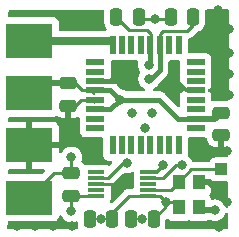
<source format=gbr>
%TF.GenerationSoftware,KiCad,Pcbnew,(6.0.10)*%
%TF.CreationDate,2024-01-30T22:58:59+11:00*%
%TF.ProjectId,DFO,44464f2e-6b69-4636-9164-5f7063625858,rev?*%
%TF.SameCoordinates,Original*%
%TF.FileFunction,Copper,L1,Top*%
%TF.FilePolarity,Positive*%
%FSLAX46Y46*%
G04 Gerber Fmt 4.6, Leading zero omitted, Abs format (unit mm)*
G04 Created by KiCad (PCBNEW (6.0.10)) date 2024-01-30 22:58:59*
%MOMM*%
%LPD*%
G01*
G04 APERTURE LIST*
G04 Aperture macros list*
%AMRoundRect*
0 Rectangle with rounded corners*
0 $1 Rounding radius*
0 $2 $3 $4 $5 $6 $7 $8 $9 X,Y pos of 4 corners*
0 Add a 4 corners polygon primitive as box body*
4,1,4,$2,$3,$4,$5,$6,$7,$8,$9,$2,$3,0*
0 Add four circle primitives for the rounded corners*
1,1,$1+$1,$2,$3*
1,1,$1+$1,$4,$5*
1,1,$1+$1,$6,$7*
1,1,$1+$1,$8,$9*
0 Add four rect primitives between the rounded corners*
20,1,$1+$1,$2,$3,$4,$5,0*
20,1,$1+$1,$4,$5,$6,$7,0*
20,1,$1+$1,$6,$7,$8,$9,0*
20,1,$1+$1,$8,$9,$2,$3,0*%
G04 Aperture macros list end*
%TA.AperFunction,SMDPad,CuDef*%
%ADD10R,1.100000X1.300000*%
%TD*%
%TA.AperFunction,SMDPad,CuDef*%
%ADD11R,4.000000X3.000000*%
%TD*%
%TA.AperFunction,SMDPad,CuDef*%
%ADD12RoundRect,0.250000X0.475000X-0.250000X0.475000X0.250000X-0.475000X0.250000X-0.475000X-0.250000X0*%
%TD*%
%TA.AperFunction,SMDPad,CuDef*%
%ADD13R,1.400000X0.300000*%
%TD*%
%TA.AperFunction,SMDPad,CuDef*%
%ADD14R,1.600000X0.550000*%
%TD*%
%TA.AperFunction,SMDPad,CuDef*%
%ADD15R,0.550000X1.600000*%
%TD*%
%TA.AperFunction,SMDPad,CuDef*%
%ADD16R,1.000000X1.000000*%
%TD*%
%TA.AperFunction,SMDPad,CuDef*%
%ADD17RoundRect,0.250000X-0.250000X-0.475000X0.250000X-0.475000X0.250000X0.475000X-0.250000X0.475000X0*%
%TD*%
%TA.AperFunction,ViaPad*%
%ADD18C,0.800000*%
%TD*%
%TA.AperFunction,Conductor*%
%ADD19C,0.250000*%
%TD*%
%TA.AperFunction,Conductor*%
%ADD20C,0.456000*%
%TD*%
%TA.AperFunction,Conductor*%
%ADD21C,0.450000*%
%TD*%
%TA.AperFunction,Conductor*%
%ADD22C,0.500000*%
%TD*%
%TA.AperFunction,Conductor*%
%ADD23C,0.650000*%
%TD*%
G04 APERTURE END LIST*
D10*
%TO.P,X1,*%
%TO.N,CLK_OPT*%
X108809998Y-76610000D03*
%TO.P,X1,2,GND*%
%TO.N,GND*%
X108809998Y-74510000D03*
%TO.P,X1,3,OUT*%
%TO.N,REF_CLK_OUT*%
X107159998Y-74510000D03*
%TO.P,X1,4,Vdd*%
%TO.N,+3.3V*%
X107159998Y-76610000D03*
%TD*%
D11*
%TO.P,,1*%
%TO.N,CLKOUT*%
X94480000Y-75790000D03*
%TD*%
D12*
%TO.P,REF\u002A\u002A,1*%
%TO.N,GND*%
X97790000Y-68006000D03*
%TO.P,REF\u002A\u002A,2*%
%TO.N,+3.3V*%
X97790000Y-66106000D03*
%TD*%
%TO.P,REF\u002A\u002A,1*%
%TO.N,CLK_OUT_SI5351*%
X98044000Y-75626000D03*
%TO.P,REF\u002A\u002A,2*%
%TO.N,CLKOUT*%
X98044000Y-73726000D03*
%TD*%
D13*
%TO.P,U1,*%
%TO.N,CLK_OUT_SI5351*%
X100162000Y-75660000D03*
%TO.P,U1,1,VDD*%
%TO.N,+3.3V*%
X104562000Y-75660000D03*
%TO.P,U1,2,XA*%
%TO.N,REF_CLK_OUT*%
X104562000Y-75160000D03*
%TO.P,U1,3,XB*%
%TO.N,unconnected-(U1-Pad3)*%
X104562000Y-74660000D03*
%TO.P,U1,4,SCL*%
%TO.N,i2c-SCL*%
X104562000Y-74160000D03*
%TO.P,U1,5,SDA*%
%TO.N,i2c-SDA*%
X104562000Y-73660000D03*
%TO.P,U1,6,CLK2*%
%TO.N,unconnected-(U1-Pad6)*%
X100162000Y-73660000D03*
%TO.P,U1,7,VDDO*%
%TO.N,+3.3V*%
X100162000Y-74160000D03*
%TO.P,U1,8,GND*%
%TO.N,GND*%
X100162000Y-74660000D03*
%TO.P,U1,9,CLK1*%
%TO.N,unconnected-(U1-Pad9)*%
X100162000Y-75160000D03*
%TD*%
D14*
%TO.P,U2,1,PD3*%
%TO.N,unconnected-(U2-Pad1)*%
X100080000Y-64320000D03*
%TO.P,U2,2,PD4*%
%TO.N,unconnected-(U2-Pad2)*%
X100080000Y-65120000D03*
%TO.P,U2,3,GND*%
%TO.N,GND*%
X100080000Y-65920000D03*
%TO.P,U2,4,VCC*%
%TO.N,+3.3V*%
X100080000Y-66720000D03*
%TO.P,U2,5,GND*%
%TO.N,GND*%
X100080000Y-67520000D03*
%TO.P,U2,6,VCC*%
%TO.N,+3.3V*%
X100080000Y-68320000D03*
%TO.P,U2,7,XTAL1/PB6*%
%TO.N,Net-(U2-Pad7)*%
X100080000Y-69120000D03*
%TO.P,U2,8,XTAL2/PB7*%
%TO.N,unconnected-(U2-Pad8)*%
X100080000Y-69920000D03*
D15*
%TO.P,U2,9,PD5*%
%TO.N,unconnected-(U2-Pad9)*%
X101530000Y-71370000D03*
%TO.P,U2,10,PD6*%
%TO.N,unconnected-(U2-Pad10)*%
X102330000Y-71370000D03*
%TO.P,U2,11,PD7*%
%TO.N,unconnected-(U2-Pad11)*%
X103130000Y-71370000D03*
%TO.P,U2,12,PB0*%
%TO.N,unconnected-(U2-Pad12)*%
X103930000Y-71370000D03*
%TO.P,U2,13,PB1*%
%TO.N,unconnected-(U2-Pad13)*%
X104730000Y-71370000D03*
%TO.P,U2,14,PB2*%
%TO.N,unconnected-(U2-Pad14)*%
X105530000Y-71370000D03*
%TO.P,U2,15,PB3*%
%TO.N,unconnected-(U2-Pad15)*%
X106330000Y-71370000D03*
%TO.P,U2,16,PB4*%
%TO.N,unconnected-(U2-Pad16)*%
X107130000Y-71370000D03*
D14*
%TO.P,U2,17,PB5*%
%TO.N,unconnected-(U2-Pad17)*%
X108580000Y-69920000D03*
%TO.P,U2,18,AVCC*%
%TO.N,+3.3V*%
X108580000Y-69120000D03*
%TO.P,U2,19,ADC6*%
%TO.N,unconnected-(U2-Pad19)*%
X108580000Y-68320000D03*
%TO.P,U2,20,AREF*%
%TO.N,unconnected-(U2-Pad20)*%
X108580000Y-67520000D03*
%TO.P,U2,21,GND*%
%TO.N,GND*%
X108580000Y-66720000D03*
%TO.P,U2,22,ADC7*%
%TO.N,unconnected-(U2-Pad22)*%
X108580000Y-65920000D03*
%TO.P,U2,23,PC0*%
%TO.N,unconnected-(U2-Pad23)*%
X108580000Y-65120000D03*
%TO.P,U2,24,PC1*%
%TO.N,unconnected-(U2-Pad24)*%
X108580000Y-64320000D03*
D15*
%TO.P,U2,25,PC2*%
%TO.N,unconnected-(U2-Pad25)*%
X107130000Y-62870000D03*
%TO.P,U2,26,PC3*%
%TO.N,unconnected-(U2-Pad26)*%
X106330000Y-62870000D03*
%TO.P,U2,27,PC4*%
%TO.N,i2c-SDA*%
X105530000Y-62870000D03*
%TO.P,U2,28,PC5*%
%TO.N,i2c-SCL*%
X104730000Y-62870000D03*
%TO.P,U2,29,~{RESET}/PC6*%
%TO.N,unconnected-(U2-Pad29)*%
X103930000Y-62870000D03*
%TO.P,U2,30,PD0*%
%TO.N,Rx*%
X103130000Y-62870000D03*
%TO.P,U2,31,PD1*%
%TO.N,Tx*%
X102330000Y-62870000D03*
%TO.P,U2,32,PD2*%
%TO.N,sense*%
X101530000Y-62870000D03*
%TD*%
D12*
%TO.P,REF\u002A\u002A,1*%
%TO.N,GND*%
X110750000Y-70500000D03*
%TO.P,REF\u002A\u002A,2*%
%TO.N,+3.3V*%
X110750000Y-68600000D03*
%TD*%
D11*
%TO.P,,2*%
%TO.N,GND*%
X94480000Y-71380000D03*
%TD*%
D16*
%TO.P,,1*%
%TO.N,N/C*%
X110744000Y-73406000D03*
%TD*%
D17*
%TO.P,REF\u002A\u002A,1*%
%TO.N,GND*%
X103100000Y-77600000D03*
%TO.P,REF\u002A\u002A,2*%
%TO.N,+3.3V*%
X105000000Y-77600000D03*
%TD*%
D11*
%TO.P,,4*%
%TO.N,sense*%
X94480000Y-62540000D03*
%TD*%
%TO.P,,3*%
%TO.N,+3.3V*%
X94490000Y-66960000D03*
%TD*%
D17*
%TO.P,REF\u002A\u002A,1*%
%TO.N,N/C*%
X99600000Y-77600000D03*
%TO.P,REF\u002A\u002A,2*%
%TO.N,+3.3V*%
X101500000Y-77600000D03*
%TD*%
%TO.P,REF\u002A\u002A,1*%
%TO.N,+3.3V*%
X106450000Y-60500000D03*
%TO.P,REF\u002A\u002A,2*%
%TO.N,i2c-SDA*%
X108350000Y-60500000D03*
%TD*%
%TO.P,REF\u002A\u002A,1*%
%TO.N,i2c-SCL*%
X101850000Y-60500000D03*
%TO.P,REF\u002A\u002A,2*%
%TO.N,+3.3V*%
X103750000Y-60500000D03*
%TD*%
D18*
%TO.N,+3.3V*%
X102120000Y-67510000D03*
X106080000Y-76170000D03*
X105100000Y-60650000D03*
X102750000Y-72840000D03*
%TO.N,GND*%
X97790000Y-69596000D03*
X104050000Y-77600000D03*
X108650000Y-71440000D03*
X104900000Y-68600000D03*
X108760000Y-62950000D03*
X102050000Y-65400000D03*
X93450000Y-78200000D03*
X99880000Y-71520000D03*
X104280000Y-69860000D03*
X96500000Y-78200000D03*
X100200000Y-60500000D03*
X111350000Y-61500000D03*
X110450000Y-59900000D03*
X111200000Y-71850000D03*
X106790000Y-64950000D03*
X100550000Y-77600000D03*
X111350000Y-65350000D03*
X111350000Y-67100000D03*
X111350000Y-63550000D03*
X98100000Y-78200000D03*
X103200000Y-68600000D03*
X95000000Y-78200000D03*
X110550000Y-78250000D03*
X98800000Y-60500000D03*
X111252000Y-76200000D03*
X102362000Y-74560000D03*
X110500000Y-74950000D03*
X97790000Y-71120000D03*
X97300000Y-60500000D03*
%TO.N,i2c-SCL*%
X107400000Y-73060000D03*
X104580000Y-64550000D03*
%TO.N,i2c-SDA*%
X104620000Y-65720000D03*
X105790000Y-73060000D03*
%TO.N,CLKOUT*%
X98044000Y-72390000D03*
%TO.N,CLK_OPT*%
X110210000Y-76850000D03*
%TO.N,CLK_OUT_SI5351*%
X98044000Y-76962000D03*
%TD*%
D19*
%TO.N,+3.3V*%
X103900000Y-60650000D02*
X103750000Y-60500000D01*
X101500000Y-77600000D02*
X101500000Y-77100000D01*
X101500000Y-77100000D02*
X102940000Y-75660000D01*
D20*
X94410000Y-67310000D02*
X94880000Y-67310000D01*
D19*
X99900000Y-66900000D02*
X100080000Y-66720000D01*
X105570000Y-75660000D02*
X106080000Y-76170000D01*
X106080000Y-76520000D02*
X105000000Y-77600000D01*
X95275000Y-66175000D02*
X94490000Y-66960000D01*
X106719998Y-76170000D02*
X107159998Y-76610000D01*
D21*
X100080000Y-66720000D02*
X101330000Y-66720000D01*
D19*
X98364000Y-66106000D02*
X98978000Y-66720000D01*
D21*
X100080000Y-68320000D02*
X101310000Y-68320000D01*
D19*
X94812500Y-67282500D02*
X94490000Y-66960000D01*
D21*
X102120000Y-67510000D02*
X105430000Y-67510000D01*
D19*
X102940000Y-75660000D02*
X103830000Y-75660000D01*
D21*
X101310000Y-68320000D02*
X102120000Y-67510000D01*
D19*
X105100000Y-60650000D02*
X105250000Y-60500000D01*
D21*
X105430000Y-67510000D02*
X107060000Y-69140000D01*
D19*
X106759998Y-77010000D02*
X107159998Y-76610000D01*
X106300000Y-60650000D02*
X106450000Y-60500000D01*
D22*
X110230000Y-69120000D02*
X110750000Y-68600000D01*
D19*
X101100000Y-74160000D02*
X102420000Y-72840000D01*
X97790000Y-66106000D02*
X98364000Y-66106000D01*
D21*
X101330000Y-66720000D02*
X102120000Y-67510000D01*
D22*
X108580000Y-69120000D02*
X110230000Y-69120000D01*
D21*
X107060000Y-69140000D02*
X108560000Y-69140000D01*
D20*
X95580000Y-67310000D02*
X96160000Y-67310000D01*
D19*
X106080000Y-76170000D02*
X106080000Y-76520000D01*
X98978000Y-66720000D02*
X100080000Y-66720000D01*
X100080000Y-66720000D02*
X100060000Y-66700000D01*
X95346000Y-66960000D02*
X96200000Y-66106000D01*
X102420000Y-72840000D02*
X102750000Y-72840000D01*
X106080000Y-76170000D02*
X106719998Y-76170000D01*
X94020000Y-67300000D02*
X94350000Y-67300000D01*
X95330000Y-67310000D02*
X94880000Y-67310000D01*
X103830000Y-75660000D02*
X105570000Y-75660000D01*
D22*
X96200000Y-66106000D02*
X97790000Y-66106000D01*
D19*
X108560000Y-69140000D02*
X108580000Y-69120000D01*
X105100000Y-60650000D02*
X103900000Y-60650000D01*
X100162000Y-74160000D02*
X101100000Y-74160000D01*
X105100000Y-60650000D02*
X106300000Y-60650000D01*
D20*
X94880000Y-67310000D02*
X95580000Y-67310000D01*
X94060000Y-67310000D02*
X94410000Y-67310000D01*
D19*
X94490000Y-66960000D02*
X95346000Y-66960000D01*
%TO.N,GND*%
X100162000Y-74660000D02*
X102262000Y-74660000D01*
X99932500Y-67667500D02*
X100080000Y-67520000D01*
X97790000Y-68006000D02*
X98364000Y-68006000D01*
X109562000Y-74510000D02*
X110002000Y-74950000D01*
X108809998Y-74510000D02*
X109562000Y-74510000D01*
X98364000Y-68006000D02*
X98850000Y-67520000D01*
X107770000Y-66720000D02*
X106790000Y-65740000D01*
X108580000Y-66720000D02*
X107770000Y-66720000D01*
X106790000Y-65740000D02*
X106790000Y-64950000D01*
X110002000Y-74950000D02*
X110500000Y-74950000D01*
D21*
X101530000Y-65920000D02*
X102050000Y-65400000D01*
D19*
X98850000Y-67520000D02*
X100080000Y-67520000D01*
D21*
X100080000Y-65920000D02*
X101530000Y-65920000D01*
D19*
X102262000Y-74660000D02*
X102362000Y-74560000D01*
D21*
%TO.N,sense*%
X101200000Y-62540000D02*
X101530000Y-62870000D01*
D19*
X94480000Y-62540000D02*
X95390000Y-61630000D01*
D23*
X94480000Y-62540000D02*
X101200000Y-62540000D01*
D19*
X94480000Y-62540000D02*
X95670000Y-63730000D01*
%TO.N,Tx*%
X102330000Y-62870000D02*
X102230000Y-62770000D01*
%TO.N,i2c-SCL*%
X104750000Y-62850000D02*
X104730000Y-62870000D01*
D21*
X104730000Y-62870000D02*
X104730000Y-64400000D01*
X104730000Y-64400000D02*
X104580000Y-64550000D01*
D19*
X107400000Y-73060000D02*
X106920000Y-73060000D01*
X101850000Y-60500000D02*
X102950000Y-61600000D01*
X102950000Y-61600000D02*
X104450000Y-61600000D01*
X106920000Y-73060000D02*
X105820000Y-74160000D01*
X104450000Y-61600000D02*
X104750000Y-61900000D01*
X104750000Y-61900000D02*
X104750000Y-62850000D01*
X104562000Y-74160000D02*
X105820000Y-74160000D01*
%TO.N,i2c-SDA*%
X105190000Y-73660000D02*
X105790000Y-73060000D01*
X107850000Y-61700000D02*
X108350000Y-61200000D01*
D21*
X104800000Y-65720000D02*
X105530000Y-64990000D01*
D19*
X108350000Y-61200000D02*
X108350000Y-60500000D01*
D21*
X105530000Y-64990000D02*
X105530000Y-62870000D01*
D19*
X105530000Y-61970000D02*
X105800000Y-61700000D01*
X104562000Y-73660000D02*
X105190000Y-73660000D01*
X105800000Y-61700000D02*
X107850000Y-61700000D01*
X105540000Y-62860000D02*
X105530000Y-62870000D01*
D21*
X104620000Y-65720000D02*
X104800000Y-65720000D01*
D19*
X105530000Y-62870000D02*
X105530000Y-61970000D01*
%TO.N,CLKOUT*%
X98044000Y-72390000D02*
X98044000Y-73726000D01*
X96544000Y-73726000D02*
X94480000Y-75790000D01*
X94480000Y-75790000D02*
X95339999Y-76649999D01*
X94480000Y-75790000D02*
X95270000Y-75790000D01*
X98044000Y-73726000D02*
X96544000Y-73726000D01*
%TO.N,CLK_OPT*%
X108809998Y-76610000D02*
X109049998Y-76850000D01*
D22*
X109049998Y-76850000D02*
X110210000Y-76850000D01*
D19*
%TO.N,REF_CLK_OUT*%
X106509998Y-75160000D02*
X107159998Y-74510000D01*
X107159998Y-74920007D02*
X106720001Y-74920002D01*
X107159998Y-74450002D02*
X108204000Y-73406000D01*
X107139998Y-74490000D02*
X107159998Y-74510000D01*
X107159998Y-74510000D02*
X107159998Y-74450002D01*
X108204000Y-73406000D02*
X110744000Y-73406000D01*
X104562000Y-75160000D02*
X106509998Y-75160000D01*
%TO.N,CLK_OUT_SI5351*%
X100162000Y-75660000D02*
X98078000Y-75660000D01*
X98044000Y-75626000D02*
X98044000Y-76962000D01*
X98078000Y-75660000D02*
X98044000Y-75626000D01*
%TD*%
%TA.AperFunction,Conductor*%
%TO.N,GND*%
G36*
X97199851Y-77323245D02*
G01*
X97216661Y-77346006D01*
X97304960Y-77498944D01*
X97309378Y-77503851D01*
X97309379Y-77503852D01*
X97331902Y-77528866D01*
X97432747Y-77640866D01*
X97521335Y-77705229D01*
X97574378Y-77743767D01*
X97587248Y-77753118D01*
X97593276Y-77755802D01*
X97593278Y-77755803D01*
X97755679Y-77828108D01*
X97761712Y-77830794D01*
X97855112Y-77850647D01*
X97942056Y-77869128D01*
X97942061Y-77869128D01*
X97948513Y-77870500D01*
X98139487Y-77870500D01*
X98145939Y-77869128D01*
X98145944Y-77869128D01*
X98232888Y-77850647D01*
X98326288Y-77830794D01*
X98332315Y-77828111D01*
X98332323Y-77828108D01*
X98414252Y-77791631D01*
X98484619Y-77782197D01*
X98548916Y-77812304D01*
X98586729Y-77872393D01*
X98591500Y-77906738D01*
X98591500Y-78125400D01*
X98602474Y-78231166D01*
X98604657Y-78237708D01*
X98604657Y-78237710D01*
X98626414Y-78302924D01*
X98628999Y-78373874D01*
X98592816Y-78434958D01*
X98529352Y-78466783D01*
X98507339Y-78468800D01*
X97535862Y-78472252D01*
X92757573Y-78489231D01*
X92689382Y-78469471D01*
X92642699Y-78415981D01*
X92631127Y-78362713D01*
X92631393Y-78298259D01*
X92632933Y-77923981D01*
X92653215Y-77855944D01*
X92707062Y-77809672D01*
X92758932Y-77798500D01*
X96528134Y-77798500D01*
X96590316Y-77791745D01*
X96726705Y-77740615D01*
X96843261Y-77653261D01*
X96930615Y-77536705D01*
X96981745Y-77400316D01*
X96982598Y-77392460D01*
X96984425Y-77384778D01*
X96986489Y-77385269D01*
X97009517Y-77329841D01*
X97067878Y-77289412D01*
X97138832Y-77286953D01*
X97199851Y-77323245D01*
G37*
%TD.AperFunction*%
%TA.AperFunction,Conductor*%
G36*
X111247728Y-77061940D02*
G01*
X111300034Y-77109946D01*
X111318133Y-77175530D01*
X111317287Y-77381226D01*
X111313768Y-78236385D01*
X111313513Y-78298259D01*
X111293231Y-78366297D01*
X111239384Y-78412569D01*
X111187962Y-78423740D01*
X106102486Y-78441811D01*
X106034294Y-78422051D01*
X105987611Y-78368561D01*
X105977258Y-78298324D01*
X105982443Y-78276151D01*
X105997797Y-78229861D01*
X106008500Y-78125400D01*
X106008500Y-77683600D01*
X106028502Y-77615479D01*
X106082158Y-77568986D01*
X106152432Y-77558882D01*
X106217012Y-77588376D01*
X106235324Y-77608033D01*
X106246737Y-77623261D01*
X106363293Y-77710615D01*
X106499682Y-77761745D01*
X106561864Y-77768500D01*
X107758132Y-77768500D01*
X107820314Y-77761745D01*
X107827710Y-77758973D01*
X107827716Y-77758971D01*
X107940769Y-77716589D01*
X108011576Y-77711406D01*
X108029227Y-77716589D01*
X108142280Y-77758971D01*
X108142286Y-77758973D01*
X108149682Y-77761745D01*
X108211864Y-77768500D01*
X109408132Y-77768500D01*
X109470314Y-77761745D01*
X109606703Y-77710615D01*
X109634999Y-77689409D01*
X109660274Y-77670466D01*
X109726781Y-77645618D01*
X109787087Y-77656185D01*
X109921677Y-77716108D01*
X109921685Y-77716111D01*
X109927712Y-77718794D01*
X110021113Y-77738647D01*
X110108056Y-77757128D01*
X110108061Y-77757128D01*
X110114513Y-77758500D01*
X110305487Y-77758500D01*
X110311939Y-77757128D01*
X110311944Y-77757128D01*
X110398887Y-77738647D01*
X110492288Y-77718794D01*
X110508882Y-77711406D01*
X110660722Y-77643803D01*
X110660724Y-77643802D01*
X110666752Y-77641118D01*
X110673859Y-77635955D01*
X110766033Y-77568986D01*
X110821253Y-77528866D01*
X110949040Y-77386944D01*
X111044527Y-77221556D01*
X111072302Y-77136075D01*
X111112374Y-77077470D01*
X111177771Y-77049833D01*
X111247728Y-77061940D01*
G37*
%TD.AperFunction*%
%TA.AperFunction,Conductor*%
G36*
X109889190Y-74276002D02*
G01*
X109896634Y-74281174D01*
X109940273Y-74313879D01*
X109997295Y-74356615D01*
X110133684Y-74407745D01*
X110195866Y-74414500D01*
X111202977Y-74414500D01*
X111271098Y-74434502D01*
X111317591Y-74488158D01*
X111328976Y-74541017D01*
X111322940Y-76007570D01*
X111320775Y-76533637D01*
X111300493Y-76601674D01*
X111246646Y-76647946D01*
X111176331Y-76657761D01*
X111111872Y-76628002D01*
X111074943Y-76572054D01*
X111046569Y-76484729D01*
X111044527Y-76478444D01*
X111040455Y-76471390D01*
X110979896Y-76366500D01*
X110949040Y-76313056D01*
X110830164Y-76181030D01*
X110825675Y-76176045D01*
X110825674Y-76176044D01*
X110821253Y-76171134D01*
X110666752Y-76058882D01*
X110660724Y-76056198D01*
X110660722Y-76056197D01*
X110498319Y-75983891D01*
X110498318Y-75983891D01*
X110492288Y-75981206D01*
X110398887Y-75961353D01*
X110311944Y-75942872D01*
X110311939Y-75942872D01*
X110305487Y-75941500D01*
X110114513Y-75941500D01*
X110108053Y-75942873D01*
X110108054Y-75942873D01*
X110013596Y-75962950D01*
X109942806Y-75957548D01*
X109886173Y-75914731D01*
X109866596Y-75864705D01*
X109864423Y-75865222D01*
X109862596Y-75857540D01*
X109861743Y-75849684D01*
X109810613Y-75713295D01*
X109752045Y-75635148D01*
X109727197Y-75568642D01*
X109742250Y-75499259D01*
X109752045Y-75484018D01*
X109804784Y-75413648D01*
X109813322Y-75398054D01*
X109858476Y-75277606D01*
X109862103Y-75262351D01*
X109867629Y-75211486D01*
X109867998Y-75204672D01*
X109867998Y-74782115D01*
X109863523Y-74766876D01*
X109862133Y-74765671D01*
X109854450Y-74764000D01*
X108681998Y-74764000D01*
X108613877Y-74743998D01*
X108567384Y-74690342D01*
X108555998Y-74638000D01*
X108555998Y-74382000D01*
X108576000Y-74313879D01*
X108629656Y-74267386D01*
X108681998Y-74256000D01*
X109821069Y-74256000D01*
X109889190Y-74276002D01*
G37*
%TD.AperFunction*%
%TA.AperFunction,Conductor*%
G36*
X103310915Y-73665371D02*
G01*
X103348729Y-73725460D01*
X103353500Y-73759805D01*
X103353500Y-73858134D01*
X103353869Y-73861529D01*
X103353869Y-73861533D01*
X103357656Y-73896393D01*
X103357656Y-73923606D01*
X103353500Y-73961866D01*
X103353500Y-74358134D01*
X103353869Y-74361529D01*
X103353869Y-74361533D01*
X103357656Y-74396393D01*
X103357656Y-74423606D01*
X103353500Y-74461866D01*
X103353500Y-74858134D01*
X103353869Y-74861529D01*
X103353869Y-74861533D01*
X103356624Y-74886893D01*
X103344096Y-74956775D01*
X103295774Y-75008791D01*
X103231361Y-75026500D01*
X103018768Y-75026500D01*
X103007585Y-75025973D01*
X103000092Y-75024298D01*
X102992166Y-75024547D01*
X102992165Y-75024547D01*
X102932002Y-75026438D01*
X102928044Y-75026500D01*
X102900144Y-75026500D01*
X102896154Y-75027004D01*
X102884320Y-75027936D01*
X102840111Y-75029326D01*
X102832495Y-75031539D01*
X102832493Y-75031539D01*
X102820652Y-75034979D01*
X102801293Y-75038988D01*
X102799983Y-75039154D01*
X102781203Y-75041526D01*
X102773837Y-75044442D01*
X102773831Y-75044444D01*
X102740098Y-75057800D01*
X102728868Y-75061645D01*
X102694017Y-75071770D01*
X102686407Y-75073981D01*
X102679584Y-75078016D01*
X102668966Y-75084295D01*
X102651213Y-75092992D01*
X102643568Y-75096019D01*
X102632383Y-75100448D01*
X102625968Y-75105109D01*
X102596612Y-75126437D01*
X102586695Y-75132951D01*
X102548638Y-75155458D01*
X102534317Y-75169779D01*
X102519284Y-75182619D01*
X102502893Y-75194528D01*
X102497842Y-75200634D01*
X102474702Y-75228605D01*
X102466722Y-75237374D01*
X101523064Y-76181031D01*
X101460754Y-76215055D01*
X101389938Y-76209990D01*
X101333103Y-76167443D01*
X101308292Y-76100923D01*
X101315989Y-76047704D01*
X101339912Y-75983891D01*
X101363745Y-75920316D01*
X101370500Y-75858134D01*
X101370500Y-75461866D01*
X101366344Y-75423606D01*
X101366344Y-75396393D01*
X101370131Y-75361533D01*
X101370131Y-75361529D01*
X101370500Y-75358134D01*
X101370500Y-74961866D01*
X101366091Y-74921280D01*
X101366091Y-74894067D01*
X101369631Y-74861483D01*
X101370000Y-74854672D01*
X101370000Y-74811083D01*
X101390002Y-74742962D01*
X101421940Y-74709147D01*
X101443387Y-74693565D01*
X101453307Y-74687048D01*
X101484535Y-74668580D01*
X101484538Y-74668578D01*
X101491362Y-74664542D01*
X101505683Y-74650221D01*
X101520717Y-74637380D01*
X101530694Y-74630131D01*
X101537107Y-74625472D01*
X101565298Y-74591395D01*
X101573288Y-74582616D01*
X102402346Y-73753558D01*
X102464658Y-73719532D01*
X102517637Y-73719406D01*
X102546119Y-73725460D01*
X102648056Y-73747128D01*
X102648061Y-73747128D01*
X102654513Y-73748500D01*
X102845487Y-73748500D01*
X102851939Y-73747128D01*
X102851944Y-73747128D01*
X102953881Y-73725460D01*
X103032288Y-73708794D01*
X103153153Y-73654982D01*
X103176251Y-73644698D01*
X103246618Y-73635264D01*
X103310915Y-73665371D01*
G37*
%TD.AperFunction*%
%TA.AperFunction,Conductor*%
G36*
X97986121Y-67772002D02*
G01*
X98032614Y-67825658D01*
X98044000Y-67878000D01*
X98044000Y-68995884D01*
X98048475Y-69011123D01*
X98049865Y-69012328D01*
X98057548Y-69013999D01*
X98312095Y-69013999D01*
X98318614Y-69013662D01*
X98414206Y-69003743D01*
X98427600Y-69000851D01*
X98581792Y-68949409D01*
X98592050Y-68944604D01*
X98662222Y-68933820D01*
X98727086Y-68962686D01*
X98766047Y-69022037D01*
X98771500Y-69058705D01*
X98771500Y-69443134D01*
X98771869Y-69446531D01*
X98778255Y-69505316D01*
X98775826Y-69505580D01*
X98775826Y-69534420D01*
X98778255Y-69534684D01*
X98771500Y-69596866D01*
X98771500Y-70243134D01*
X98778255Y-70305316D01*
X98829385Y-70441705D01*
X98916739Y-70558261D01*
X99033295Y-70645615D01*
X99169684Y-70696745D01*
X99231866Y-70703500D01*
X100620500Y-70703500D01*
X100688621Y-70723502D01*
X100735114Y-70777158D01*
X100746500Y-70829500D01*
X100746500Y-72218134D01*
X100753255Y-72280316D01*
X100804385Y-72416705D01*
X100891739Y-72533261D01*
X101008295Y-72620615D01*
X101144684Y-72671745D01*
X101206866Y-72678500D01*
X101381406Y-72678500D01*
X101449527Y-72698502D01*
X101496020Y-72752158D01*
X101506124Y-72822432D01*
X101476630Y-72887012D01*
X101470501Y-72893595D01*
X101297988Y-73066108D01*
X101235676Y-73100134D01*
X101164861Y-73095069D01*
X101133328Y-73077839D01*
X101117675Y-73066108D01*
X101108705Y-73059385D01*
X100972316Y-73008255D01*
X100910134Y-73001500D01*
X99413866Y-73001500D01*
X99351684Y-73008255D01*
X99260282Y-73042520D01*
X99189476Y-73047703D01*
X99127107Y-73013782D01*
X99120184Y-73006025D01*
X99117478Y-73001652D01*
X98992303Y-72876695D01*
X98950672Y-72851033D01*
X98903180Y-72798262D01*
X98891756Y-72728190D01*
X98896956Y-72704838D01*
X98935502Y-72586206D01*
X98937542Y-72579928D01*
X98942919Y-72528774D01*
X98956814Y-72396565D01*
X98957504Y-72390000D01*
X98945104Y-72272018D01*
X98938232Y-72206635D01*
X98938232Y-72206633D01*
X98937542Y-72200072D01*
X98878527Y-72018444D01*
X98783040Y-71853056D01*
X98655253Y-71711134D01*
X98500752Y-71598882D01*
X98494724Y-71596198D01*
X98494722Y-71596197D01*
X98332319Y-71523891D01*
X98332318Y-71523891D01*
X98326288Y-71521206D01*
X98232887Y-71501353D01*
X98145944Y-71482872D01*
X98145939Y-71482872D01*
X98139487Y-71481500D01*
X97948513Y-71481500D01*
X97942061Y-71482872D01*
X97942056Y-71482872D01*
X97855113Y-71501353D01*
X97761712Y-71521206D01*
X97755682Y-71523891D01*
X97755681Y-71523891D01*
X97593278Y-71596197D01*
X97593276Y-71596198D01*
X97587248Y-71598882D01*
X97432747Y-71711134D01*
X97304960Y-71853056D01*
X97301659Y-71858774D01*
X97223119Y-71994808D01*
X97171736Y-72043801D01*
X97102023Y-72057237D01*
X97036112Y-72030851D01*
X96994930Y-71973018D01*
X96988000Y-71931808D01*
X96988000Y-71652115D01*
X96983525Y-71636876D01*
X96982135Y-71635671D01*
X96974452Y-71634000D01*
X94752115Y-71634000D01*
X94736876Y-71638475D01*
X94735671Y-71639865D01*
X94734000Y-71647548D01*
X94734000Y-73369884D01*
X94738475Y-73385123D01*
X94739865Y-73386328D01*
X94747548Y-73387999D01*
X95681907Y-73387999D01*
X95750028Y-73408001D01*
X95796521Y-73461657D01*
X95806625Y-73531931D01*
X95777131Y-73596511D01*
X95771002Y-73603094D01*
X95629501Y-73744595D01*
X95567189Y-73778621D01*
X95540406Y-73781500D01*
X92776502Y-73781500D01*
X92708381Y-73761498D01*
X92661888Y-73707842D01*
X92650503Y-73654982D01*
X92651085Y-73513482D01*
X92671367Y-73445444D01*
X92725214Y-73399172D01*
X92777084Y-73388000D01*
X94207885Y-73388000D01*
X94223124Y-73383525D01*
X94224329Y-73382135D01*
X94226000Y-73374452D01*
X94226000Y-71107885D01*
X94734000Y-71107885D01*
X94738475Y-71123124D01*
X94739865Y-71124329D01*
X94747548Y-71126000D01*
X96969884Y-71126000D01*
X96985123Y-71121525D01*
X96986328Y-71120135D01*
X96987999Y-71112452D01*
X96987999Y-69835331D01*
X96987629Y-69828510D01*
X96982105Y-69777648D01*
X96978479Y-69762396D01*
X96933324Y-69641946D01*
X96924786Y-69626351D01*
X96848285Y-69524276D01*
X96835724Y-69511715D01*
X96733649Y-69435214D01*
X96718054Y-69426676D01*
X96597606Y-69381522D01*
X96582351Y-69377895D01*
X96531486Y-69372369D01*
X96524672Y-69372000D01*
X94752115Y-69372000D01*
X94736876Y-69376475D01*
X94735671Y-69377865D01*
X94734000Y-69385548D01*
X94734000Y-71107885D01*
X94226000Y-71107885D01*
X94226000Y-69390116D01*
X94221525Y-69374877D01*
X94220135Y-69373672D01*
X94212452Y-69372001D01*
X92794649Y-69372001D01*
X92726528Y-69351999D01*
X92680035Y-69298343D01*
X92668650Y-69245483D01*
X92669274Y-69093980D01*
X92689555Y-69025944D01*
X92743401Y-68979672D01*
X92795272Y-68968500D01*
X96538134Y-68968500D01*
X96600316Y-68961745D01*
X96736705Y-68910615D01*
X96743884Y-68905235D01*
X96743887Y-68905233D01*
X96756363Y-68895883D01*
X96822870Y-68871036D01*
X96898042Y-68889450D01*
X96986238Y-68943814D01*
X96999424Y-68949963D01*
X97153710Y-69001138D01*
X97167086Y-69004005D01*
X97261438Y-69013672D01*
X97267854Y-69014000D01*
X97517885Y-69014000D01*
X97533124Y-69009525D01*
X97534329Y-69008135D01*
X97536000Y-69000452D01*
X97536000Y-67878000D01*
X97556002Y-67809879D01*
X97609658Y-67763386D01*
X97662000Y-67752000D01*
X97918000Y-67752000D01*
X97986121Y-67772002D01*
G37*
%TD.AperFunction*%
%TA.AperFunction,Conductor*%
G36*
X110946121Y-70266002D02*
G01*
X110992614Y-70319658D01*
X111004000Y-70372000D01*
X111004000Y-71489884D01*
X111008475Y-71505123D01*
X111009865Y-71506328D01*
X111017548Y-71507999D01*
X111214938Y-71507999D01*
X111283059Y-71528001D01*
X111329552Y-71581657D01*
X111340937Y-71634517D01*
X111338314Y-72272018D01*
X111318032Y-72340056D01*
X111264185Y-72386328D01*
X111212315Y-72397500D01*
X110195866Y-72397500D01*
X110133684Y-72404255D01*
X109997295Y-72455385D01*
X109880739Y-72542739D01*
X109793385Y-72659295D01*
X109790232Y-72667704D01*
X109790231Y-72667707D01*
X109781599Y-72690731D01*
X109738957Y-72747495D01*
X109672395Y-72772194D01*
X109663618Y-72772500D01*
X108353021Y-72772500D01*
X108284900Y-72752498D01*
X108237915Y-72697750D01*
X108236567Y-72694722D01*
X108234527Y-72688444D01*
X108225379Y-72672598D01*
X108150404Y-72542739D01*
X108139040Y-72523056D01*
X108082959Y-72460771D01*
X108015675Y-72386045D01*
X108015674Y-72386044D01*
X108011253Y-72381134D01*
X107963329Y-72346315D01*
X107919975Y-72290092D01*
X107912127Y-72230769D01*
X107913500Y-72218134D01*
X107913500Y-70829500D01*
X107933502Y-70761379D01*
X107987158Y-70714886D01*
X108039500Y-70703500D01*
X109393348Y-70703500D01*
X109461469Y-70723502D01*
X109507962Y-70777158D01*
X109518675Y-70816497D01*
X109527257Y-70899206D01*
X109530149Y-70912600D01*
X109581588Y-71066784D01*
X109587761Y-71079962D01*
X109673063Y-71217807D01*
X109682099Y-71229208D01*
X109796829Y-71343739D01*
X109808240Y-71352751D01*
X109946243Y-71437816D01*
X109959424Y-71443963D01*
X110113710Y-71495138D01*
X110127086Y-71498005D01*
X110221438Y-71507672D01*
X110227854Y-71508000D01*
X110477885Y-71508000D01*
X110493124Y-71503525D01*
X110494329Y-71502135D01*
X110496000Y-71494452D01*
X110496000Y-70372000D01*
X110516002Y-70303879D01*
X110569658Y-70257386D01*
X110622000Y-70246000D01*
X110878000Y-70246000D01*
X110946121Y-70266002D01*
G37*
%TD.AperFunction*%
%TA.AperFunction,Conductor*%
G36*
X106806866Y-64178500D02*
G01*
X107145500Y-64178500D01*
X107213621Y-64198502D01*
X107260114Y-64252158D01*
X107271500Y-64304500D01*
X107271500Y-64643134D01*
X107271869Y-64646531D01*
X107278255Y-64705316D01*
X107275826Y-64705580D01*
X107275826Y-64734420D01*
X107278255Y-64734684D01*
X107271500Y-64796866D01*
X107271500Y-65443134D01*
X107271869Y-65446531D01*
X107278255Y-65505316D01*
X107275826Y-65505580D01*
X107275826Y-65534420D01*
X107278255Y-65534684D01*
X107271500Y-65596866D01*
X107271500Y-66243134D01*
X107271869Y-66246531D01*
X107278255Y-66305316D01*
X107276116Y-66305548D01*
X107276166Y-66334512D01*
X107278748Y-66334793D01*
X107272369Y-66393514D01*
X107272000Y-66400328D01*
X107272000Y-66447885D01*
X107276475Y-66463124D01*
X107277865Y-66464329D01*
X107298783Y-66468879D01*
X107298518Y-66470097D01*
X107352687Y-66486002D01*
X107385392Y-66516435D01*
X107416739Y-66558261D01*
X107423919Y-66563642D01*
X107498015Y-66619174D01*
X107540530Y-66676033D01*
X107545556Y-66746852D01*
X107511496Y-66809145D01*
X107498016Y-66820825D01*
X107416739Y-66881739D01*
X107411358Y-66888919D01*
X107411357Y-66888920D01*
X107385392Y-66923565D01*
X107328533Y-66966080D01*
X107298926Y-66971413D01*
X107274877Y-66978475D01*
X107273672Y-66979865D01*
X107272001Y-66987548D01*
X107272001Y-67039669D01*
X107272371Y-67046490D01*
X107278748Y-67105207D01*
X107276002Y-67105505D01*
X107276060Y-67134446D01*
X107278255Y-67134684D01*
X107271500Y-67196866D01*
X107271500Y-67843134D01*
X107271869Y-67846531D01*
X107278255Y-67905316D01*
X107275826Y-67905580D01*
X107275826Y-67934420D01*
X107278255Y-67934684D01*
X107271500Y-67996866D01*
X107271500Y-68009984D01*
X107251498Y-68078105D01*
X107197842Y-68124598D01*
X107127568Y-68134702D01*
X107062988Y-68105208D01*
X107056405Y-68099079D01*
X105994748Y-67037423D01*
X105982361Y-67023010D01*
X105974441Y-67012248D01*
X105970100Y-67006349D01*
X105931280Y-66973369D01*
X105923764Y-66966439D01*
X105918380Y-66961055D01*
X105915519Y-66958792D01*
X105915514Y-66958787D01*
X105896909Y-66944068D01*
X105893507Y-66941279D01*
X105845328Y-66900347D01*
X105845324Y-66900344D01*
X105839749Y-66895608D01*
X105833228Y-66892279D01*
X105828549Y-66889158D01*
X105823795Y-66886222D01*
X105818057Y-66881682D01*
X105754147Y-66851811D01*
X105750239Y-66849901D01*
X105687418Y-66817824D01*
X105680306Y-66816084D01*
X105675020Y-66814118D01*
X105669735Y-66812360D01*
X105663105Y-66809261D01*
X105594032Y-66794894D01*
X105589748Y-66793924D01*
X105521279Y-66777170D01*
X105515677Y-66776822D01*
X105515674Y-66776822D01*
X105510480Y-66776500D01*
X105510481Y-66776476D01*
X105506066Y-66776212D01*
X105502816Y-66775922D01*
X105495648Y-66774431D01*
X105429851Y-66776211D01*
X105420877Y-66776454D01*
X105417469Y-66776500D01*
X105073478Y-66776500D01*
X105005357Y-66756498D01*
X104958864Y-66702842D01*
X104948760Y-66632568D01*
X104978254Y-66567988D01*
X105022230Y-66535393D01*
X105070719Y-66513805D01*
X105070726Y-66513801D01*
X105076752Y-66511118D01*
X105231253Y-66398866D01*
X105289213Y-66334495D01*
X105354621Y-66261852D01*
X105354622Y-66261851D01*
X105359040Y-66256944D01*
X105430875Y-66132523D01*
X105450897Y-66106429D01*
X106002580Y-65554745D01*
X106016994Y-65542358D01*
X106027752Y-65534441D01*
X106033651Y-65530100D01*
X106066631Y-65491280D01*
X106073561Y-65483764D01*
X106078945Y-65478380D01*
X106081208Y-65475519D01*
X106081213Y-65475514D01*
X106095932Y-65456909D01*
X106098721Y-65453507D01*
X106139653Y-65405328D01*
X106139656Y-65405324D01*
X106144392Y-65399749D01*
X106147721Y-65393228D01*
X106150842Y-65388549D01*
X106153778Y-65383795D01*
X106158318Y-65378057D01*
X106174834Y-65342721D01*
X106188189Y-65314146D01*
X106190099Y-65310239D01*
X106222176Y-65247418D01*
X106223916Y-65240306D01*
X106225882Y-65235020D01*
X106227640Y-65229735D01*
X106230739Y-65223105D01*
X106245106Y-65154032D01*
X106246076Y-65149748D01*
X106253147Y-65120851D01*
X106262830Y-65081279D01*
X106263500Y-65070480D01*
X106263524Y-65070481D01*
X106263788Y-65066066D01*
X106264078Y-65062816D01*
X106265569Y-65055648D01*
X106263546Y-64980877D01*
X106263500Y-64977469D01*
X106263500Y-64304500D01*
X106283502Y-64236379D01*
X106337158Y-64189886D01*
X106389500Y-64178500D01*
X106653134Y-64178500D01*
X106715316Y-64171745D01*
X106715580Y-64174174D01*
X106744420Y-64174174D01*
X106744684Y-64171745D01*
X106806866Y-64178500D01*
G37*
%TD.AperFunction*%
%TA.AperFunction,Conductor*%
G36*
X111330617Y-59880529D02*
G01*
X111377300Y-59934019D01*
X111388872Y-59987287D01*
X111358093Y-67466019D01*
X111337811Y-67534056D01*
X111283964Y-67580328D01*
X111232094Y-67591500D01*
X110224600Y-67591500D01*
X110221354Y-67591837D01*
X110221350Y-67591837D01*
X110125692Y-67601762D01*
X110125688Y-67601763D01*
X110118834Y-67602474D01*
X110112298Y-67604655D01*
X110112296Y-67604655D01*
X110054376Y-67623979D01*
X109983427Y-67626563D01*
X109922343Y-67590380D01*
X109890518Y-67526916D01*
X109888500Y-67504455D01*
X109888500Y-67196866D01*
X109881745Y-67134684D01*
X109883884Y-67134452D01*
X109883834Y-67105488D01*
X109881252Y-67105207D01*
X109887631Y-67046486D01*
X109888000Y-67039672D01*
X109888000Y-66992115D01*
X109883525Y-66976876D01*
X109882135Y-66975671D01*
X109861217Y-66971121D01*
X109861482Y-66969903D01*
X109807313Y-66953998D01*
X109774608Y-66923565D01*
X109748643Y-66888920D01*
X109748642Y-66888919D01*
X109743261Y-66881739D01*
X109661985Y-66820826D01*
X109619470Y-66763967D01*
X109614444Y-66693148D01*
X109648504Y-66630855D01*
X109661985Y-66619174D01*
X109736081Y-66563642D01*
X109743261Y-66558261D01*
X109774608Y-66516435D01*
X109831467Y-66473920D01*
X109861074Y-66468587D01*
X109885123Y-66461525D01*
X109886328Y-66460135D01*
X109887999Y-66452452D01*
X109887999Y-66400331D01*
X109887629Y-66393510D01*
X109881252Y-66334793D01*
X109883998Y-66334495D01*
X109883940Y-66305554D01*
X109881745Y-66305316D01*
X109888131Y-66246531D01*
X109888500Y-66243134D01*
X109888500Y-65596866D01*
X109881745Y-65534684D01*
X109884174Y-65534420D01*
X109884174Y-65505580D01*
X109881745Y-65505316D01*
X109888131Y-65446531D01*
X109888500Y-65443134D01*
X109888500Y-64796866D01*
X109881745Y-64734684D01*
X109884174Y-64734420D01*
X109884174Y-64705580D01*
X109881745Y-64705316D01*
X109888131Y-64646531D01*
X109888500Y-64643134D01*
X109888500Y-63996866D01*
X109881745Y-63934684D01*
X109830615Y-63798295D01*
X109743261Y-63681739D01*
X109626705Y-63594385D01*
X109490316Y-63543255D01*
X109428134Y-63536500D01*
X108039500Y-63536500D01*
X107971379Y-63516498D01*
X107924886Y-63462842D01*
X107913500Y-63410500D01*
X107913500Y-62439652D01*
X107933502Y-62371531D01*
X107987158Y-62325038D01*
X108004014Y-62319078D01*
X108008797Y-62318474D01*
X108016168Y-62315555D01*
X108016170Y-62315555D01*
X108049912Y-62302196D01*
X108061142Y-62298351D01*
X108095983Y-62288229D01*
X108095984Y-62288229D01*
X108103593Y-62286018D01*
X108110412Y-62281985D01*
X108110417Y-62281983D01*
X108121028Y-62275707D01*
X108138776Y-62267012D01*
X108157617Y-62259552D01*
X108193387Y-62233564D01*
X108203307Y-62227048D01*
X108234535Y-62208580D01*
X108234538Y-62208578D01*
X108241362Y-62204542D01*
X108255683Y-62190221D01*
X108270717Y-62177380D01*
X108280693Y-62170132D01*
X108287107Y-62165472D01*
X108315288Y-62131407D01*
X108323278Y-62122626D01*
X108689096Y-61756809D01*
X108751013Y-61723061D01*
X108756166Y-61722526D01*
X108762702Y-61720345D01*
X108762704Y-61720345D01*
X108916998Y-61668868D01*
X108923946Y-61666550D01*
X109074348Y-61573478D01*
X109199305Y-61448303D01*
X109292115Y-61297738D01*
X109347797Y-61129861D01*
X109358500Y-61025400D01*
X109358500Y-59993087D01*
X109378502Y-59924966D01*
X109432158Y-59878473D01*
X109484050Y-59867088D01*
X111262426Y-59860769D01*
X111330617Y-59880529D01*
G37*
%TD.AperFunction*%
%TA.AperFunction,Conductor*%
G36*
X103559314Y-64173334D02*
G01*
X103586594Y-64176298D01*
X103652156Y-64203540D01*
X103692581Y-64261904D01*
X103695036Y-64332858D01*
X103692818Y-64340497D01*
X103686458Y-64360072D01*
X103685768Y-64366638D01*
X103685767Y-64366642D01*
X103672406Y-64493767D01*
X103666496Y-64550000D01*
X103667186Y-64556565D01*
X103684364Y-64720000D01*
X103686458Y-64739928D01*
X103745473Y-64921556D01*
X103748776Y-64927278D01*
X103748777Y-64927279D01*
X103779722Y-64980877D01*
X103840960Y-65086944D01*
X103845378Y-65091851D01*
X103846450Y-65093326D01*
X103870309Y-65160194D01*
X103853633Y-65230387D01*
X103807556Y-65310195D01*
X103785473Y-65348444D01*
X103726458Y-65530072D01*
X103725768Y-65536633D01*
X103725768Y-65536635D01*
X103714725Y-65641705D01*
X103706496Y-65720000D01*
X103707186Y-65726565D01*
X103719699Y-65845615D01*
X103726458Y-65909928D01*
X103785473Y-66091556D01*
X103880960Y-66256944D01*
X103885378Y-66261851D01*
X103885379Y-66261852D01*
X103950787Y-66334495D01*
X104008747Y-66398866D01*
X104163248Y-66511118D01*
X104169274Y-66513801D01*
X104169281Y-66513805D01*
X104217770Y-66535393D01*
X104271866Y-66581373D01*
X104292516Y-66649300D01*
X104273164Y-66717608D01*
X104219953Y-66764610D01*
X104166522Y-66776500D01*
X102696996Y-66776500D01*
X102628875Y-66756498D01*
X102622935Y-66752436D01*
X102582094Y-66722763D01*
X102582093Y-66722762D01*
X102576752Y-66718882D01*
X102570724Y-66716198D01*
X102570722Y-66716197D01*
X102408319Y-66643891D01*
X102408318Y-66643891D01*
X102402288Y-66641206D01*
X102294332Y-66618259D01*
X102231434Y-66584108D01*
X101894745Y-66247420D01*
X101882358Y-66233006D01*
X101874441Y-66222248D01*
X101870100Y-66216349D01*
X101831280Y-66183369D01*
X101823764Y-66176439D01*
X101818380Y-66171055D01*
X101815519Y-66168792D01*
X101815514Y-66168787D01*
X101796909Y-66154068D01*
X101793507Y-66151279D01*
X101745328Y-66110347D01*
X101745324Y-66110344D01*
X101739749Y-66105608D01*
X101733228Y-66102279D01*
X101728549Y-66099158D01*
X101723795Y-66096222D01*
X101718057Y-66091682D01*
X101704341Y-66085271D01*
X101654146Y-66061811D01*
X101650239Y-66059901D01*
X101587418Y-66027824D01*
X101580306Y-66026084D01*
X101575020Y-66024118D01*
X101569735Y-66022360D01*
X101563105Y-66019261D01*
X101494032Y-66004894D01*
X101489748Y-66003924D01*
X101421279Y-65987170D01*
X101415677Y-65986822D01*
X101415674Y-65986822D01*
X101410480Y-65986500D01*
X101410481Y-65986476D01*
X101406066Y-65986212D01*
X101402816Y-65985922D01*
X101395648Y-65984431D01*
X101329851Y-65986211D01*
X101320877Y-65986454D01*
X101317469Y-65986500D01*
X101316941Y-65986500D01*
X101248820Y-65966498D01*
X101202327Y-65912842D01*
X101192223Y-65842568D01*
X101221717Y-65777988D01*
X101230005Y-65770266D01*
X101229731Y-65769992D01*
X101236081Y-65763642D01*
X101243261Y-65758261D01*
X101274608Y-65716435D01*
X101331467Y-65673920D01*
X101361074Y-65668587D01*
X101385123Y-65661525D01*
X101386328Y-65660135D01*
X101387999Y-65652452D01*
X101387999Y-65600331D01*
X101387629Y-65593510D01*
X101381252Y-65534793D01*
X101383998Y-65534495D01*
X101383940Y-65505554D01*
X101381745Y-65505316D01*
X101388131Y-65446531D01*
X101388500Y-65443134D01*
X101388500Y-64796866D01*
X101381745Y-64734684D01*
X101384174Y-64734420D01*
X101384174Y-64705580D01*
X101381745Y-64705316D01*
X101388131Y-64646531D01*
X101388500Y-64643134D01*
X101388500Y-64304500D01*
X101408502Y-64236379D01*
X101462158Y-64189886D01*
X101514500Y-64178500D01*
X101853134Y-64178500D01*
X101915316Y-64171745D01*
X101915580Y-64174174D01*
X101944420Y-64174174D01*
X101944684Y-64171745D01*
X102006866Y-64178500D01*
X102653134Y-64178500D01*
X102715316Y-64171745D01*
X102715580Y-64174174D01*
X102744420Y-64174174D01*
X102744684Y-64171745D01*
X102806866Y-64178500D01*
X103453134Y-64178500D01*
X103515316Y-64171745D01*
X103515580Y-64174174D01*
X103544421Y-64174174D01*
X103544685Y-64171745D01*
X103559314Y-64173334D01*
G37*
%TD.AperFunction*%
%TA.AperFunction,Conductor*%
G36*
X100783244Y-59918008D02*
G01*
X100829927Y-59971498D01*
X100841500Y-60024247D01*
X100841500Y-61025400D01*
X100852474Y-61131166D01*
X100908450Y-61298946D01*
X100956460Y-61376529D01*
X100997671Y-61443126D01*
X100997674Y-61443130D01*
X101001522Y-61449348D01*
X101006699Y-61454516D01*
X101008862Y-61457245D01*
X101035499Y-61523055D01*
X101022327Y-61592819D01*
X100985683Y-61636332D01*
X100925648Y-61681326D01*
X100859141Y-61706174D01*
X100850083Y-61706500D01*
X97114500Y-61706500D01*
X97046379Y-61686498D01*
X96999886Y-61632842D01*
X96988500Y-61580500D01*
X96988500Y-60991866D01*
X96981745Y-60929684D01*
X96930615Y-60793295D01*
X96843261Y-60676739D01*
X96726705Y-60589385D01*
X96590316Y-60538255D01*
X96528134Y-60531500D01*
X92831033Y-60531500D01*
X92762912Y-60511498D01*
X92716419Y-60457842D01*
X92705034Y-60404982D01*
X92706487Y-60051741D01*
X92726769Y-59983703D01*
X92780616Y-59937431D01*
X92832038Y-59926260D01*
X96842367Y-59912009D01*
X100715053Y-59898248D01*
X100783244Y-59918008D01*
G37*
%TD.AperFunction*%
%TD*%
M02*

</source>
